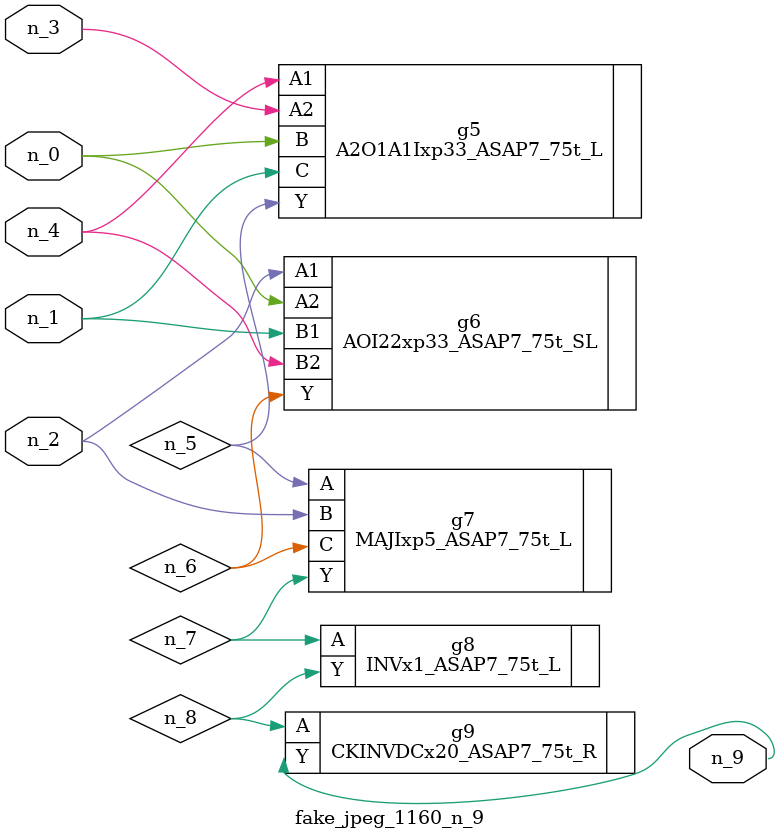
<source format=v>
module fake_jpeg_1160_n_9 (n_3, n_2, n_1, n_0, n_4, n_9);

input n_3;
input n_2;
input n_1;
input n_0;
input n_4;

output n_9;

wire n_8;
wire n_6;
wire n_5;
wire n_7;

A2O1A1Ixp33_ASAP7_75t_L g5 ( 
.A1(n_4),
.A2(n_3),
.B(n_0),
.C(n_1),
.Y(n_5)
);

AOI22xp33_ASAP7_75t_SL g6 ( 
.A1(n_2),
.A2(n_0),
.B1(n_1),
.B2(n_4),
.Y(n_6)
);

MAJIxp5_ASAP7_75t_L g7 ( 
.A(n_5),
.B(n_2),
.C(n_6),
.Y(n_7)
);

INVx1_ASAP7_75t_L g8 ( 
.A(n_7),
.Y(n_8)
);

CKINVDCx20_ASAP7_75t_R g9 ( 
.A(n_8),
.Y(n_9)
);


endmodule
</source>
